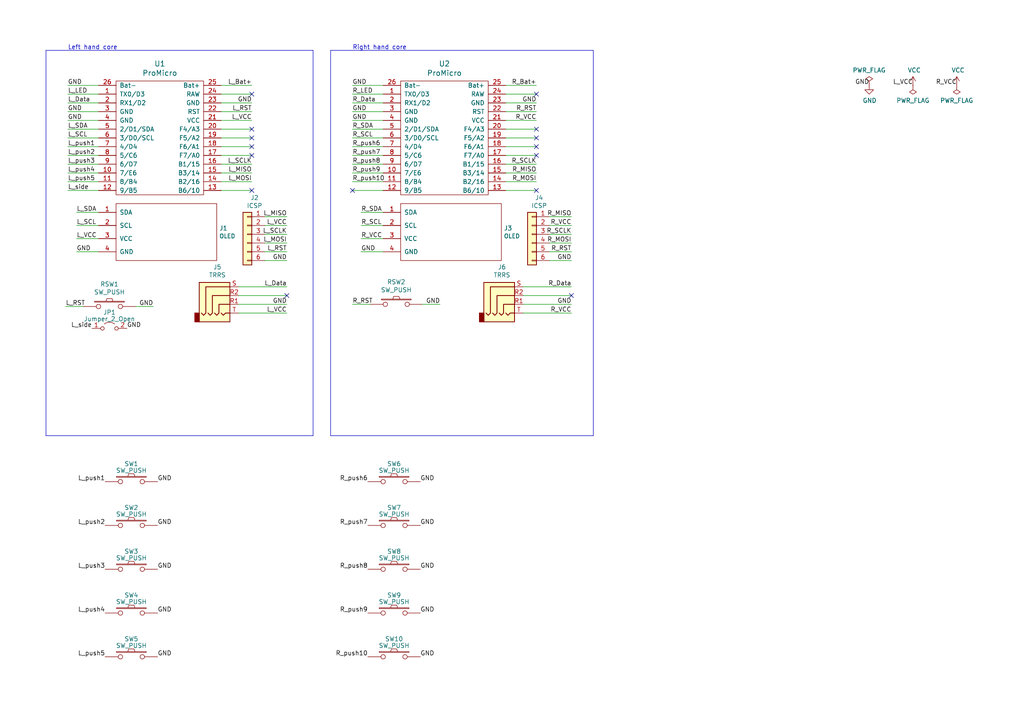
<source format=kicad_sch>
(kicad_sch (version 20230121) (generator eeschema)
  (paper "A4")
  (lib_symbols
    (symbol "Connector:AudioJack4"
      (property "Reference" "J" (at 0 8.89 0))
      (property "Value" "AudioJack4" (at 0 6.35 0))
      (symbol "AudioJack4_0_1"
        (rectangle (start -6.35 -5.08) (end -7.62 -7.62) (stroke (width 0.254)) (fill (type outline)))
        (polyline (pts (xy 0 -5.08) (xy 0.635 -5.715) (xy 1.27 -5.08) (xy 2.54 -5.08)) (stroke (width 0.254)))
        (polyline (pts (xy -5.715 -5.08) (xy -5.08 -5.715) (xy -4.445 -5.08) (xy -4.445 2.54) (xy 2.54 2.54)) (stroke (width 0.254)))
        (polyline (pts (xy -1.905 -5.08) (xy -1.27 -5.715) (xy -0.635 -5.08) (xy -0.635 -2.54) (xy 2.54 -2.54)) (stroke (width 0.254)))
        (polyline (pts (xy 2.54 0) (xy -2.54 0) (xy -2.54 -5.08) (xy -3.175 -5.715) (xy -3.81 -5.08)) (stroke (width 0.254)))
        (rectangle (start 2.54 3.81) (end -6.35 -7.62) (stroke (width 0.254)) (fill (type background)))
      )
      (symbol "AudioJack4_1_1"
        (pin passive line (at 5.08 -2.54 180) (length 2.54) (name "~") (number "R1"))
        (pin passive line (at 5.08 0 180) (length 2.54) (name "~") (number "R2"))
        (pin passive line (at 5.08 2.54 180) (length 2.54) (name "~") (number "S"))
        (pin passive line (at 5.08 -5.08 180) (length 2.54) (name "~") (number "T"))
      )
    )
    (symbol "Connector_Generic:Conn_01x06" (pin_names (offset 1.016) hide)
      (property "Reference" "J" (at 0 7.62 0))
      (property "Value" "Conn_01x06" (at 0 -10.16 0))
      (symbol "Conn_01x06_1_1"
        (rectangle (start -1.27 -7.493) (end 0 -7.747) (stroke (width 0.1524)))
        (rectangle (start -1.27 -4.953) (end 0 -5.207) (stroke (width 0.1524)))
        (rectangle (start -1.27 -2.413) (end 0 -2.667) (stroke (width 0.1524)))
        (rectangle (start -1.27 0.127) (end 0 -0.127) (stroke (width 0.1524)))
        (rectangle (start -1.27 2.667) (end 0 2.413) (stroke (width 0.1524)))
        (rectangle (start -1.27 5.207) (end 0 4.953) (stroke (width 0.1524)))
        (rectangle (start -1.27 6.35) (end 1.27 -8.89) (stroke (width 0.254)) (fill (type background)))
        (pin passive line (at -5.08 5.08 0) (length 3.81) (name "Pin_1") (number "1"))
        (pin passive line (at -5.08 2.54 0) (length 3.81) (name "Pin_2") (number "2"))
        (pin passive line (at -5.08 0 0) (length 3.81) (name "Pin_3") (number "3"))
        (pin passive line (at -5.08 -2.54 0) (length 3.81) (name "Pin_4") (number "4"))
        (pin passive line (at -5.08 -5.08 0) (length 3.81) (name "Pin_5") (number "5"))
        (pin passive line (at -5.08 -7.62 0) (length 3.81) (name "Pin_6") (number "6"))
      )
    )
    (symbol "Jumper:Jumper_2_Open" (pin_names (offset 0) hide)
      (property "Reference" "JP" (at 0 2.794 0))
      (property "Value" "Jumper_2_Open" (at 0 -2.286 0))
      (symbol "Jumper_2_Open_0_0"
        (circle (center -2.032 0) (radius 0.508))
        (circle (center 2.032 0) (radius 0.508))
      )
      (symbol "Jumper_2_Open_0_1"
        (arc (start 1.524 1.27) (mid 0 1.778) (end -1.524 1.27))
      )
      (symbol "Jumper_2_Open_1_1"
        (pin passive line (at -5.08 0 0) (length 2.54) (name "A") (number "1"))
        (pin passive line (at 5.08 0 180) (length 2.54) (name "B") (number "2"))
      )
    )
    (symbol "Marby-kicad-library:ProMicro" (pin_names (offset 1.016))
      (property "Reference" "U" (at 0 25.4 0))
      (property "Value" "ProMicro" (at 0 0 0))
      (symbol "ProMicro_0_1"
        (rectangle (start -12.7 22.86) (end 12.7 -10.16))
      )
      (symbol "ProMicro_1_1"
        (pin bidirectional line (at -17.78 19.05 0) (length 5.08) (name "TX0/D3") (number "1"))
        (pin bidirectional line (at -17.78 -3.81 0) (length 5.08) (name "7/E6") (number "10"))
        (pin bidirectional line (at -17.78 -6.35 0) (length 5.08) (name "8/B4") (number "11"))
        (pin bidirectional line (at -17.78 -8.89 0) (length 5.08) (name "9/B5") (number "12"))
        (pin bidirectional line (at 17.78 -8.89 180) (length 5.08) (name "B6/10") (number "13"))
        (pin bidirectional line (at 17.78 -6.35 180) (length 5.08) (name "B2/16") (number "14"))
        (pin bidirectional line (at 17.78 -3.81 180) (length 5.08) (name "B3/14") (number "15"))
        (pin bidirectional line (at 17.78 -1.27 180) (length 5.08) (name "B1/15") (number "16"))
        (pin bidirectional line (at 17.78 1.27 180) (length 5.08) (name "F7/A0") (number "17"))
        (pin bidirectional line (at 17.78 3.81 180) (length 5.08) (name "F6/A1") (number "18"))
        (pin bidirectional line (at 17.78 6.35 180) (length 5.08) (name "F5/A2") (number "19"))
        (pin bidirectional line (at -17.78 16.51 0) (length 5.08) (name "RX1/D2") (number "2"))
        (pin bidirectional line (at 17.78 8.89 180) (length 5.08) (name "F4/A3") (number "20"))
        (pin power_in line (at 17.78 11.43 180) (length 5.08) (name "VCC") (number "21"))
        (pin input line (at 17.78 13.97 180) (length 5.08) (name "RST") (number "22"))
        (pin power_in line (at 17.78 16.51 180) (length 5.08) (name "GND") (number "23"))
        (pin power_out line (at 17.78 19.05 180) (length 5.08) (name "RAW") (number "24"))
        (pin power_in line (at 17.78 21.59 180) (length 5.08) (name "Bat+") (number "25"))
        (pin power_in line (at -17.78 21.59 0) (length 5.08) (name "Bat-") (number "26"))
        (pin power_in line (at -17.78 13.97 0) (length 5.08) (name "GND") (number "3"))
        (pin power_in line (at -17.78 11.43 0) (length 5.08) (name "GND") (number "4"))
        (pin bidirectional line (at -17.78 8.89 0) (length 5.08) (name "2/D1/SDA") (number "5"))
        (pin bidirectional line (at -17.78 6.35 0) (length 5.08) (name "3/D0/SCL") (number "6"))
        (pin bidirectional line (at -17.78 3.81 0) (length 5.08) (name "4/D4") (number "7"))
        (pin bidirectional line (at -17.78 1.27 0) (length 5.08) (name "5/C6") (number "8"))
        (pin bidirectional line (at -17.78 -1.27 0) (length 5.08) (name "6/D7") (number "9"))
      )
    )
    (symbol "SW_PUSH_1" (pin_numbers hide) (pin_names (offset 1.016) hide)
      (property "Reference" "SW" (at 3.81 2.794 0))
      (property "Value" "SW_PUSH" (at 0 -2.032 0))
      (symbol "SW_PUSH_1_0_1"
        (rectangle (start -4.318 1.27) (end 4.318 1.524))
        (polyline (pts (xy -1.016 1.524) (xy -0.762 2.286) (xy 0.762 2.286) (xy 1.016 1.524)))
        (pin passive inverted (at -7.62 0 0) (length 5.08) (name "1") (number "1"))
        (pin passive inverted (at 7.62 0 180) (length 5.08) (name "2") (number "2"))
      )
    )
    (symbol "kbd:OLED" (pin_names (offset 1.016))
      (property "Reference" "OL" (at 0 2.54 0))
      (property "Value" "OLED" (at 0 -1.27 0))
      (symbol "OLED_0_1"
        (rectangle (start -13.97 8.89) (end 15.24 -7.62))
      )
      (symbol "OLED_1_1"
        (pin bidirectional line (at -19.05 6.35 0) (length 5.08) (name "SDA") (number "1"))
        (pin bidirectional line (at -19.05 2.54 0) (length 5.08) (name "SCL") (number "2"))
        (pin power_in line (at -19.05 -1.27 0) (length 5.08) (name "VCC") (number "3"))
        (pin power_in line (at -19.05 -5.08 0) (length 5.08) (name "GND") (number "4"))
      )
    )
    (symbol "kbd:SW_PUSH" (pin_numbers hide) (pin_names (offset 1.016) hide)
      (property "Reference" "SW" (at 3.81 2.794 0))
      (property "Value" "SW_PUSH" (at 0 -2.032 0))
      (symbol "SW_PUSH_0_1"
        (rectangle (start -4.318 1.27) (end 4.318 1.524))
        (polyline (pts (xy -1.016 1.524) (xy -0.762 2.286) (xy 0.762 2.286) (xy 1.016 1.524)))
        (pin passive inverted (at -7.62 0 0) (length 5.08) (name "1") (number "1"))
        (pin passive inverted (at 7.62 0 180) (length 5.08) (name "2") (number "2"))
      )
    )
    (symbol "power:GND" (power) (pin_names (offset 0))
      (property "Value" "GND" (at 0 -3.81 0))
      (symbol "GND_0_1"
        (polyline (pts (xy 0 0) (xy 0 -1.27) (xy 1.27 -1.27) (xy 0 -2.54) (xy -1.27 -1.27) (xy 0 -1.27)))
      )
      (symbol "GND_1_1"
        (pin power_in line (at 0 0 270) (length 0) hide (name "GND") (number "1"))
      )
    )
    (symbol "power:PWR_FLAG" (power) (pin_numbers hide) (pin_names (offset 0) hide)
      (property "Value" "PWR_FLAG" (at 0 3.81 0))
      (symbol "PWR_FLAG_0_0"
        (pin power_out line (at 0 0 90) (length 0) (name "pwr") (number "1"))
      )
      (symbol "PWR_FLAG_0_1"
        (polyline (pts (xy 0 0) (xy 0 1.27) (xy -1.016 1.905) (xy 0 2.54) (xy 1.016 1.905) (xy 0 1.27)))
      )
    )
    (symbol "power:VCC" (power) (pin_names (offset 0))
      (property "Value" "VCC" (at 0 3.81 0))
      (symbol "VCC_0_1"
        (polyline (pts (xy -0.762 1.27) (xy 0 2.54)))
        (polyline (pts (xy 0 0) (xy 0 2.54)))
        (polyline (pts (xy 0 2.54) (xy 0.762 1.27)))
      )
      (symbol "VCC_1_1"
        (pin power_in line (at 0 0 90) (length 0) hide (name "VCC") (number "1"))
      )
    )
  )
  (no_connect (at 155.575 27.305))
  (no_connect (at 73.025 40.005))
  (no_connect (at 102.235 55.245))
  (no_connect (at 155.575 37.465))
  (no_connect (at 73.025 27.305))
  (no_connect (at 155.575 55.245))
  (no_connect (at 155.575 45.085))
  (no_connect (at 155.575 42.545))
  (no_connect (at 73.025 37.465))
  (no_connect (at 83.185 85.725))
  (no_connect (at 73.025 42.545))
  (no_connect (at 73.025 45.085))
  (no_connect (at 165.735 85.725))
  (no_connect (at 155.575 40.005))
  (no_connect (at 73.025 55.245))
  (wire (pts (xy 24.13 88.9) (xy 19.05 88.9)))
  (wire (pts (xy 76.835 62.865) (xy 83.185 62.865)))
  (wire (pts (xy 64.135 42.545) (xy 73.025 42.545)))
  (polyline (pts (xy 95.885 14.605) (xy 95.885 126.365)))
  (wire (pts (xy 146.685 42.545) (xy 155.575 42.545)))
  (polyline (pts (xy 95.885 126.365) (xy 172.085 126.365)))
  (wire (pts (xy 64.135 52.705) (xy 73.025 52.705)))
  (wire (pts (xy 104.775 61.595) (xy 111.125 61.595)))
  (wire (pts (xy 159.385 62.865) (xy 165.735 62.865)))
  (wire (pts (xy 102.235 40.005) (xy 111.125 40.005)))
  (wire (pts (xy 151.765 88.265) (xy 165.735 88.265)))
  (wire (pts (xy 102.235 45.085) (xy 111.125 45.085)))
  (wire (pts (xy 64.135 27.305) (xy 73.025 27.305)))
  (wire (pts (xy 19.685 55.245) (xy 28.575 55.245)))
  (wire (pts (xy 64.135 55.245) (xy 73.025 55.245)))
  (wire (pts (xy 69.215 85.725) (xy 83.185 85.725)))
  (wire (pts (xy 19.685 45.085) (xy 28.575 45.085)))
  (wire (pts (xy 146.685 45.085) (xy 155.575 45.085)))
  (wire (pts (xy 28.575 65.405) (xy 22.225 65.405)))
  (wire (pts (xy 69.215 83.185) (xy 83.185 83.185)))
  (wire (pts (xy 159.385 70.485) (xy 165.735 70.485)))
  (wire (pts (xy 19.685 29.845) (xy 28.575 29.845)))
  (wire (pts (xy 102.235 32.385) (xy 111.125 32.385)))
  (wire (pts (xy 64.135 29.845) (xy 73.025 29.845)))
  (wire (pts (xy 111.125 73.025) (xy 104.775 73.025)))
  (wire (pts (xy 64.135 32.385) (xy 73.025 32.385)))
  (polyline (pts (xy 172.085 14.605) (xy 95.885 14.605)))
  (wire (pts (xy 64.135 34.925) (xy 73.025 34.925)))
  (wire (pts (xy 146.685 52.705) (xy 155.575 52.705)))
  (wire (pts (xy 146.685 37.465) (xy 155.575 37.465)))
  (polyline (pts (xy 13.335 126.365) (xy 90.805 126.365)))
  (wire (pts (xy 146.685 55.245) (xy 155.575 55.245)))
  (wire (pts (xy 159.385 75.565) (xy 165.735 75.565)))
  (wire (pts (xy 64.135 37.465) (xy 73.025 37.465)))
  (wire (pts (xy 22.225 61.595) (xy 28.575 61.595)))
  (wire (pts (xy 159.385 67.945) (xy 165.735 67.945)))
  (polyline (pts (xy 90.805 126.365) (xy 90.805 14.605)))
  (wire (pts (xy 151.765 85.725) (xy 165.735 85.725)))
  (wire (pts (xy 159.385 73.025) (xy 165.735 73.025)))
  (wire (pts (xy 76.835 70.485) (xy 83.185 70.485)))
  (wire (pts (xy 146.685 29.845) (xy 155.575 29.845)))
  (wire (pts (xy 19.685 40.005) (xy 28.575 40.005)))
  (wire (pts (xy 76.835 65.405) (xy 83.185 65.405)))
  (wire (pts (xy 76.835 75.565) (xy 83.185 75.565)))
  (wire (pts (xy 146.685 34.925) (xy 155.575 34.925)))
  (polyline (pts (xy 13.335 14.605) (xy 13.335 126.365)))
  (wire (pts (xy 102.235 52.705) (xy 111.125 52.705)))
  (wire (pts (xy 102.235 37.465) (xy 111.125 37.465)))
  (wire (pts (xy 64.135 47.625) (xy 73.025 47.625)))
  (wire (pts (xy 102.235 34.925) (xy 111.125 34.925)))
  (wire (pts (xy 19.685 27.305) (xy 28.575 27.305)))
  (wire (pts (xy 102.235 55.245) (xy 111.125 55.245)))
  (wire (pts (xy 19.685 37.465) (xy 28.575 37.465)))
  (wire (pts (xy 22.225 69.215) (xy 28.575 69.215)))
  (wire (pts (xy 28.575 73.025) (xy 22.225 73.025)))
  (wire (pts (xy 19.685 47.625) (xy 28.575 47.625)))
  (wire (pts (xy 69.215 90.805) (xy 83.185 90.805)))
  (wire (pts (xy 64.135 24.765) (xy 73.025 24.765)))
  (polyline (pts (xy 13.335 14.605) (xy 90.805 14.605)))
  (wire (pts (xy 151.765 83.185) (xy 165.735 83.185)))
  (wire (pts (xy 76.835 67.945) (xy 83.185 67.945)))
  (wire (pts (xy 146.685 27.305) (xy 155.575 27.305)))
  (wire (pts (xy 19.685 34.925) (xy 28.575 34.925)))
  (wire (pts (xy 102.235 24.765) (xy 111.125 24.765)))
  (wire (pts (xy 19.685 50.165) (xy 28.575 50.165)))
  (wire (pts (xy 64.135 40.005) (xy 73.025 40.005)))
  (wire (pts (xy 151.765 90.805) (xy 165.735 90.805)))
  (wire (pts (xy 102.235 29.845) (xy 111.125 29.845)))
  (wire (pts (xy 19.685 24.765) (xy 28.575 24.765)))
  (wire (pts (xy 107.315 88.265) (xy 102.235 88.265)))
  (wire (pts (xy 69.215 88.265) (xy 83.185 88.265)))
  (wire (pts (xy 64.135 50.165) (xy 73.025 50.165)))
  (wire (pts (xy 104.775 69.215) (xy 111.125 69.215)))
  (wire (pts (xy 19.685 32.385) (xy 28.575 32.385)))
  (wire (pts (xy 159.385 65.405) (xy 165.735 65.405)))
  (wire (pts (xy 146.685 50.165) (xy 155.575 50.165)))
  (wire (pts (xy 122.555 88.265) (xy 127.635 88.265)))
  (wire (pts (xy 102.235 50.165) (xy 111.125 50.165)))
  (wire (pts (xy 102.235 47.625) (xy 111.125 47.625)))
  (wire (pts (xy 146.685 40.005) (xy 155.575 40.005)))
  (polyline (pts (xy 172.085 126.365) (xy 172.085 14.605)))
  (wire (pts (xy 19.685 42.545) (xy 28.575 42.545)))
  (wire (pts (xy 39.37 88.9) (xy 44.45 88.9)))
  (wire (pts (xy 19.685 52.705) (xy 28.575 52.705)))
  (wire (pts (xy 111.125 65.405) (xy 104.775 65.405)))
  (wire (pts (xy 76.835 73.025) (xy 83.185 73.025)))
  (wire (pts (xy 102.235 27.305) (xy 111.125 27.305)))
  (wire (pts (xy 102.235 42.545) (xy 111.125 42.545)))
  (wire (pts (xy 146.685 32.385) (xy 155.575 32.385)))
  (wire (pts (xy 146.685 24.765) (xy 155.575 24.765)))
  (wire (pts (xy 64.135 45.085) (xy 73.025 45.085)))
  (wire (pts (xy 146.685 47.625) (xy 155.575 47.625)))
  (text "Left hand core" (at 19.685 14.605 0) (effects (font (size 1.27 1.27)) (justify left bottom)))
  (text "Right hand core" (at 102.235 14.605 0) (effects (font (size 1.27 1.27)) (justify left bottom)))
  (label "GND" (at 102.235 34.925 0))
  (label "GND" (at 83.185 75.565 180))
  (label "L_push2" (at 30.48 152.4 180))
  (label "L_Bat+" (at 73.025 24.765 180))
  (label "R_push9" (at 106.68 177.8 180))
  (label "L_push3" (at 19.685 47.625 0))
  (label "L_push2" (at 19.685 45.085 0))
  (label "R_SCL" (at 104.775 65.405 0))
  (label "R_MISO" (at 165.735 62.865 180))
  (label "GND" (at 121.92 165.1 0))
  (label "GND" (at 165.735 75.565 180))
  (label "GND" (at 19.685 34.925 0))
  (label "L_SDA" (at 19.685 37.465 0))
  (label "GND" (at 83.185 88.265 180))
  (label "R_MISO" (at 155.575 50.165 180))
  (label "L_RST" (at 19.05 88.9 0))
  (label "L_MOSI" (at 83.185 70.485 180))
  (label "L_SCL" (at 22.225 65.405 0))
  (label "R_RST" (at 155.575 32.385 180))
  (label "L_SCL" (at 19.685 40.005 0))
  (label "L_side" (at 19.685 55.245 0))
  (label "R_MOSI" (at 165.735 70.485 180))
  (label "L_side" (at 26.67 95.25 180))
  (label "GND" (at 102.235 24.765 0))
  (label "R_VCC" (at 165.735 90.805 180))
  (label "R_LED" (at 102.235 27.305 0))
  (label "L_VCC" (at 83.185 90.805 180))
  (label "L_push5" (at 30.48 190.5 180))
  (label "R_RST" (at 102.235 88.265 0))
  (label "R_push8" (at 106.68 165.1 180))
  (label "GND" (at 45.72 152.4 0))
  (label "R_Bat+" (at 155.575 24.765 180))
  (label "L_LED" (at 19.685 27.305 0))
  (label "GND" (at 45.72 165.1 0))
  (label "L_MISO" (at 73.025 50.165 180))
  (label "GND" (at 252.095 24.765 180))
  (label "GND" (at 121.92 139.7 0))
  (label "GND" (at 121.92 190.5 0))
  (label "GND" (at 36.83 95.25 0))
  (label "R_SDA" (at 102.235 37.465 0))
  (label "L_Data" (at 19.685 29.845 0))
  (label "L_SDA" (at 22.225 61.595 0))
  (label "R_push9" (at 102.235 50.165 0))
  (label "L_SCLK" (at 83.185 67.945 180))
  (label "L_push1" (at 30.48 139.7 180))
  (label "L_MISO" (at 83.185 62.865 180))
  (label "GND" (at 44.45 88.9 180))
  (label "R_push6" (at 102.235 42.545 0))
  (label "R_SCL" (at 102.235 40.005 0))
  (label "L_VCC" (at 73.025 34.925 180))
  (label "GND" (at 22.225 73.025 0))
  (label "GND" (at 127.635 88.265 180))
  (label "L_MOSI" (at 73.025 52.705 180))
  (label "L_SCLK" (at 73.025 47.625 180))
  (label "L_push4" (at 19.685 50.165 0))
  (label "GND" (at 102.235 32.385 0))
  (label "GND" (at 121.92 177.8 0))
  (label "R_SCLK" (at 155.575 47.625 180))
  (label "GND" (at 45.72 139.7 0))
  (label "L_Data" (at 83.185 83.185 180))
  (label "R_Data" (at 102.235 29.845 0))
  (label "R_push7" (at 102.235 45.085 0))
  (label "L_VCC" (at 22.225 69.215 0))
  (label "L_push1" (at 19.685 42.545 0))
  (label "R_VCC" (at 165.735 65.405 180))
  (label "L_push4" (at 30.48 177.8 180))
  (label "GND" (at 73.025 29.845 180))
  (label "R_VCC" (at 277.495 24.765 180))
  (label "GND" (at 45.72 190.5 0))
  (label "R_VCC" (at 104.775 69.215 0))
  (label "L_RST" (at 83.185 73.025 180))
  (label "L_push3" (at 30.48 165.1 180))
  (label "R_push6" (at 106.68 139.7 180))
  (label "L_push5" (at 19.685 52.705 0))
  (label "R_SDA" (at 104.775 61.595 0))
  (label "R_push8" (at 102.235 47.625 0))
  (label "R_VCC" (at 155.575 34.925 180))
  (label "L_VCC" (at 83.185 65.405 180))
  (label "GND" (at 45.72 177.8 0))
  (label "R_push7" (at 106.68 152.4 180))
  (label "L_VCC" (at 264.795 24.765 180))
  (label "GND" (at 121.92 152.4 0))
  (label "GND" (at 19.685 32.385 0))
  (label "R_SCLK" (at 165.735 67.945 180))
  (label "R_Data" (at 165.735 83.185 180))
  (label "R_MOSI" (at 155.575 52.705 180))
  (label "L_RST" (at 73.025 32.385 180))
  (label "GND" (at 165.735 88.265 180))
  (label "R_push10" (at 106.68 190.5 180))
  (label "R_push10" (at 102.235 52.705 0))
  (label "GND" (at 104.775 73.025 0))
  (label "R_RST" (at 165.735 73.025 180))
  (label "GND" (at 155.575 29.845 180))
  (label "GND" (at 19.685 24.765 0))
  (symbol (lib_id "Jumper:Jumper_2_Open") (at 31.75 95.25 0) (unit 1)
    (property "Reference" "JP1" (at 31.75 90.5891 0))
    (property "Value" "Jumper_2_Open" (at 31.75 92.5101 0))
    (property "Footprint" "Jumper:SolderJumper-2_P1.3mm_Open_TrianglePad1.0x1.5mm" (effects hide))
  )
  (symbol (lib_id "power:PWR_FLAG") (at 277.495 24.765 180) (unit 1)
    (property "Reference" "#FLG03" (effects hide))
    (property "Value" "PWR_FLAG" (at 277.495 29.1592 0))
  )
  (symbol (lib_name "SW_PUSH_1") (lib_id "kbd:SW_PUSH") (at 114.3 139.7 0) (unit 1)
    (property "Reference" "SW6" (at 114.3 134.5311 0))
    (property "Value" "SW_PUSH" (at 114.3 136.4521 0))
    (property "Footprint" "Marby_kbd_footprint:CherryMXSwitch_hotswap_1_00u" (effects hide))
  )
  (symbol (lib_id "Connector_Generic:Conn_01x06") (at 154.305 67.945 0) (mirror y) (unit 1)
    (property "Reference" "J4" (at 156.3878 57.3532 0))
    (property "Value" "ICSP" (at 156.3878 59.6646 0))
    (property "Footprint" "Marby_Library:ICSP" (effects hide))
  )
  (symbol (lib_id "Connector:AudioJack4") (at 146.685 85.725 0) (unit 1)
    (property "Reference" "J6" (at 145.5928 77.47 0))
    (property "Value" "TRRS" (at 145.5928 79.7814 0))
    (property "Footprint" "Marby_Library:MJ-4PP-9_1side" (effects hide))
  )
  (symbol (lib_id "power:PWR_FLAG") (at 252.095 24.765 0) (unit 1)
    (property "Reference" "#FLG01" (effects hide))
    (property "Value" "PWR_FLAG" (at 252.095 20.3708 0))
  )
  (symbol (lib_name "SW_PUSH_1") (lib_id "kbd:SW_PUSH") (at 38.1 139.7 0) (unit 1)
    (property "Reference" "SW1" (at 38.1 134.5311 0))
    (property "Value" "SW_PUSH" (at 38.1 136.4521 0))
    (property "Footprint" "Marby_kbd_footprint:CherryMXSwitch_hotswap_1_00u" (effects hide))
  )
  (symbol (lib_name "SW_PUSH_1") (lib_id "kbd:SW_PUSH") (at 38.1 190.5 0) (unit 1)
    (property "Reference" "SW5" (at 38.1 185.3311 0))
    (property "Value" "SW_PUSH" (at 38.1 187.2521 0))
    (property "Footprint" "Marby_kbd_footprint:CherryMXSwitch_hotswap_1_00u" (effects hide))
  )
  (symbol (lib_name "SW_PUSH_1") (lib_id "kbd:SW_PUSH") (at 114.3 177.8 0) (unit 1)
    (property "Reference" "SW9" (at 114.3 172.6311 0))
    (property "Value" "SW_PUSH" (at 114.3 174.5521 0))
    (property "Footprint" "Marby_kbd_footprint:CherryMXSwitch_hotswap_1_00u" (effects hide))
  )
  (symbol (lib_id "Connector:AudioJack4") (at 64.135 85.725 0) (unit 1)
    (property "Reference" "J5" (at 63.0428 77.47 0))
    (property "Value" "TRRS" (at 63.0428 79.7814 0))
    (property "Footprint" "Marby_Library:MJ-4PP-9_1side" (effects hide))
  )
  (symbol (lib_id "power:PWR_FLAG") (at 264.795 24.765 180) (unit 1)
    (property "Reference" "#FLG02" (effects hide))
    (property "Value" "PWR_FLAG" (at 264.795 29.1592 0))
  )
  (symbol (lib_id "kbd:OLED") (at 130.175 67.945 0) (unit 1)
    (property "Reference" "J3" (at 146.1262 66.1924 0) (effects (font (size 1.2954 1.2954)) (justify left)))
    (property "Value" "OLED" (at 146.1262 68.4784 0) (effects (font (size 1.1938 1.1938)) (justify left)))
    (property "Footprint" "Marby_kbd_footprint:OLED" (effects hide))
  )
  (symbol (lib_id "kbd:SW_PUSH") (at 31.75 88.9 0) (unit 1)
    (property "Reference" "RSW1" (at 31.75 82.423 0))
    (property "Value" "SW_PUSH" (at 31.75 84.7344 0))
    (property "Footprint" "Marby_kbd_footprint:ResetSW_1side" (effects hide))
    (property "LCSC" "220Ω" (effects hide))
  )
  (symbol (lib_name "SW_PUSH_1") (lib_id "kbd:SW_PUSH") (at 114.3 165.1 0) (unit 1)
    (property "Reference" "SW8" (at 114.3 159.9311 0))
    (property "Value" "SW_PUSH" (at 114.3 161.8521 0))
    (property "Footprint" "Marby_kbd_footprint:CherryMXSwitch_hotswap_1_00u" (effects hide))
  )
  (symbol (lib_id "Connector_Generic:Conn_01x06") (at 71.755 67.945 0) (mirror y) (unit 1)
    (property "Reference" "J2" (at 73.8378 57.3532 0))
    (property "Value" "ICSP" (at 73.8378 59.6646 0))
    (property "Footprint" "Marby_Library:ICSP" (effects hide))
  )
  (symbol (lib_id "power:VCC") (at 264.795 24.765 0) (unit 1)
    (property "Reference" "#PWR02" (effects hide))
    (property "Value" "VCC" (at 265.176 20.3708 0))
  )
  (symbol (lib_id "kbd:SW_PUSH") (at 114.935 88.265 0) (unit 1)
    (property "Reference" "RSW2" (at 114.935 81.788 0))
    (property "Value" "SW_PUSH" (at 114.935 84.0994 0))
    (property "Footprint" "Marby_kbd_footprint:ResetSW_1side" (effects hide))
    (property "LCSC" "220Ω" (effects hide))
  )
  (symbol (lib_name "SW_PUSH_1") (lib_id "kbd:SW_PUSH") (at 38.1 152.4 0) (unit 1)
    (property "Reference" "SW2" (at 38.1 147.2311 0))
    (property "Value" "SW_PUSH" (at 38.1 149.1521 0))
    (property "Footprint" "Marby_kbd_footprint:CherryMXSwitch_hotswap_1_00u" (effects hide))
  )
  (symbol (lib_id "power:VCC") (at 277.495 24.765 0) (unit 1)
    (property "Reference" "#PWR03" (effects hide))
    (property "Value" "VCC" (at 277.876 20.3708 0))
  )
  (symbol (lib_name "SW_PUSH_1") (lib_id "kbd:SW_PUSH") (at 38.1 165.1 0) (unit 1)
    (property "Reference" "SW3" (at 38.1 159.9311 0))
    (property "Value" "SW_PUSH" (at 38.1 161.8521 0))
    (property "Footprint" "Marby_kbd_footprint:CherryMXSwitch_hotswap_1_00u" (effects hide))
  )
  (symbol (lib_id "Marby-kicad-library:ProMicro") (at 46.355 46.355 0) (unit 1)
    (property "Reference" "U1" (at 46.355 18.4912 0) (effects (font (size 1.524 1.524))))
    (property "Value" "ProMicro" (at 46.355 21.1836 0) (effects (font (size 1.524 1.524))))
    (property "Footprint" "Marby_kbd_footprint:Board_BMP_Flip_Side" (effects hide))
  )
  (symbol (lib_name "SW_PUSH_1") (lib_id "kbd:SW_PUSH") (at 38.1 177.8 0) (unit 1)
    (property "Reference" "SW4" (at 38.1 172.6311 0))
    (property "Value" "SW_PUSH" (at 38.1 174.5521 0))
    (property "Footprint" "Marby_kbd_footprint:CherryMXSwitch_hotswap_1_00u" (effects hide))
  )
  (symbol (lib_id "power:GND") (at 252.095 24.765 0) (unit 1)
    (property "Reference" "#PWR01" (effects hide))
    (property "Value" "GND" (at 252.222 29.1592 0))
  )
  (symbol (lib_id "kbd:OLED") (at 47.625 67.945 0) (unit 1)
    (property "Reference" "J1" (at 63.5762 66.1924 0) (effects (font (size 1.2954 1.2954)) (justify left)))
    (property "Value" "OLED" (at 63.5762 68.4784 0) (effects (font (size 1.1938 1.1938)) (justify left)))
    (property "Footprint" "Marby_kbd_footprint:OLED" (effects hide))
  )
  (symbol (lib_name "SW_PUSH_1") (lib_id "kbd:SW_PUSH") (at 114.3 190.5 0) (unit 1)
    (property "Reference" "SW10" (at 114.3 185.3311 0))
    (property "Value" "SW_PUSH" (at 114.3 187.2521 0))
    (property "Footprint" "Marby_kbd_footprint:CherryMXSwitch_hotswap_1_00u" (effects hide))
  )
  (symbol (lib_name "SW_PUSH_1") (lib_id "kbd:SW_PUSH") (at 114.3 152.4 0) (unit 1)
    (property "Reference" "SW7" (at 114.3 147.2311 0))
    (property "Value" "SW_PUSH" (at 114.3 149.1521 0))
    (property "Footprint" "Marby_kbd_footprint:CherryMXSwitch_hotswap_1_00u" (effects hide))
  )
  (symbol (lib_id "Marby-kicad-library:ProMicro") (at 128.905 46.355 0) (unit 1)
    (property "Reference" "U2" (at 128.905 18.4912 0) (effects (font (size 1.524 1.524))))
    (property "Value" "ProMicro" (at 128.905 21.1836 0) (effects (font (size 1.524 1.524))))
    (property "Footprint" "Marby_kbd_footprint:Board_BMP_Flip_Side" (effects hide))
  )
)
</source>
